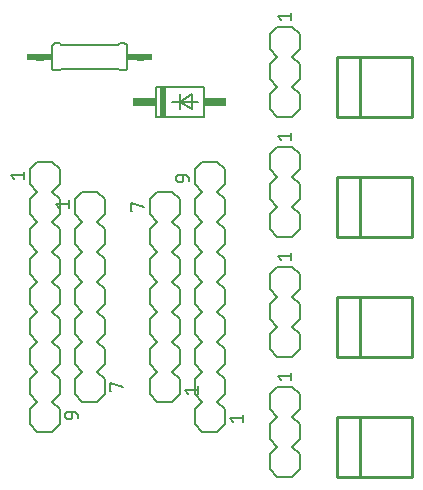
<source format=gto>
G75*
%MOIN*%
%OFA0B0*%
%FSLAX25Y25*%
%IPPOS*%
%LPD*%
%AMOC8*
5,1,8,0,0,1.08239X$1,22.5*
%
%ADD10C,0.00600*%
%ADD11C,0.00500*%
%ADD12C,0.01000*%
%ADD13R,0.02000X0.10000*%
%ADD14R,0.07500X0.03000*%
%ADD15C,0.02400*%
%ADD16R,0.03400X0.02400*%
D10*
X0019500Y0022000D02*
X0024500Y0022000D01*
X0027000Y0024500D01*
X0027000Y0029500D01*
X0024500Y0032000D01*
X0027000Y0034500D01*
X0027000Y0039500D01*
X0024500Y0042000D01*
X0027000Y0044500D01*
X0027000Y0049500D01*
X0024500Y0052000D01*
X0027000Y0054500D01*
X0027000Y0059500D01*
X0024500Y0062000D01*
X0027000Y0064500D01*
X0027000Y0069500D01*
X0024500Y0072000D01*
X0027000Y0074500D01*
X0027000Y0079500D01*
X0024500Y0082000D01*
X0027000Y0084500D01*
X0027000Y0089500D01*
X0024500Y0092000D01*
X0027000Y0094500D01*
X0027000Y0099500D01*
X0024500Y0102000D01*
X0027000Y0104500D01*
X0027000Y0109500D01*
X0024500Y0112000D01*
X0019500Y0112000D01*
X0017000Y0109500D01*
X0017000Y0104500D01*
X0019500Y0102000D01*
X0017000Y0099500D01*
X0017000Y0094500D01*
X0019500Y0092000D01*
X0017000Y0089500D01*
X0017000Y0084500D01*
X0019500Y0082000D01*
X0017000Y0079500D01*
X0017000Y0074500D01*
X0019500Y0072000D01*
X0017000Y0069500D01*
X0017000Y0064500D01*
X0019500Y0062000D01*
X0017000Y0059500D01*
X0017000Y0054500D01*
X0019500Y0052000D01*
X0017000Y0049500D01*
X0017000Y0044500D01*
X0019500Y0042000D01*
X0017000Y0039500D01*
X0017000Y0034500D01*
X0019500Y0032000D01*
X0017000Y0029500D01*
X0017000Y0024500D01*
X0019500Y0022000D01*
X0032000Y0034500D02*
X0032000Y0039500D01*
X0034500Y0042000D01*
X0032000Y0044500D01*
X0032000Y0049500D01*
X0034500Y0052000D01*
X0032000Y0054500D01*
X0032000Y0059500D01*
X0034500Y0062000D01*
X0032000Y0064500D01*
X0032000Y0069500D01*
X0034500Y0072000D01*
X0032000Y0074500D01*
X0032000Y0079500D01*
X0034500Y0082000D01*
X0032000Y0084500D01*
X0032000Y0089500D01*
X0034500Y0092000D01*
X0032000Y0094500D01*
X0032000Y0099500D01*
X0034500Y0102000D01*
X0039500Y0102000D01*
X0042000Y0099500D01*
X0042000Y0094500D01*
X0039500Y0092000D01*
X0042000Y0089500D01*
X0042000Y0084500D01*
X0039500Y0082000D01*
X0042000Y0079500D01*
X0042000Y0074500D01*
X0039500Y0072000D01*
X0042000Y0069500D01*
X0042000Y0064500D01*
X0039500Y0062000D01*
X0042000Y0059500D01*
X0042000Y0054500D01*
X0039500Y0052000D01*
X0042000Y0049500D01*
X0042000Y0044500D01*
X0039500Y0042000D01*
X0042000Y0039500D01*
X0042000Y0034500D01*
X0039500Y0032000D01*
X0034500Y0032000D01*
X0032000Y0034500D01*
X0057000Y0034500D02*
X0059500Y0032000D01*
X0064500Y0032000D01*
X0067000Y0034500D01*
X0067000Y0039500D01*
X0064500Y0042000D01*
X0067000Y0044500D01*
X0067000Y0049500D01*
X0064500Y0052000D01*
X0067000Y0054500D01*
X0067000Y0059500D01*
X0064500Y0062000D01*
X0067000Y0064500D01*
X0067000Y0069500D01*
X0064500Y0072000D01*
X0067000Y0074500D01*
X0067000Y0079500D01*
X0064500Y0082000D01*
X0067000Y0084500D01*
X0067000Y0089500D01*
X0064500Y0092000D01*
X0067000Y0094500D01*
X0067000Y0099500D01*
X0064500Y0102000D01*
X0059500Y0102000D01*
X0057000Y0099500D01*
X0057000Y0094500D01*
X0059500Y0092000D01*
X0057000Y0089500D01*
X0057000Y0084500D01*
X0059500Y0082000D01*
X0057000Y0079500D01*
X0057000Y0074500D01*
X0059500Y0072000D01*
X0057000Y0069500D01*
X0057000Y0064500D01*
X0059500Y0062000D01*
X0057000Y0059500D01*
X0057000Y0054500D01*
X0059500Y0052000D01*
X0057000Y0049500D01*
X0057000Y0044500D01*
X0059500Y0042000D01*
X0057000Y0039500D01*
X0057000Y0034500D01*
X0072000Y0034500D02*
X0072000Y0039500D01*
X0074500Y0042000D01*
X0072000Y0044500D01*
X0072000Y0049500D01*
X0074500Y0052000D01*
X0072000Y0054500D01*
X0072000Y0059500D01*
X0074500Y0062000D01*
X0072000Y0064500D01*
X0072000Y0069500D01*
X0074500Y0072000D01*
X0072000Y0074500D01*
X0072000Y0079500D01*
X0074500Y0082000D01*
X0072000Y0084500D01*
X0072000Y0089500D01*
X0074500Y0092000D01*
X0072000Y0094500D01*
X0072000Y0099500D01*
X0074500Y0102000D01*
X0072000Y0104500D01*
X0072000Y0109500D01*
X0074500Y0112000D01*
X0079500Y0112000D01*
X0082000Y0109500D01*
X0082000Y0104500D01*
X0079500Y0102000D01*
X0082000Y0099500D01*
X0082000Y0094500D01*
X0079500Y0092000D01*
X0082000Y0089500D01*
X0082000Y0084500D01*
X0079500Y0082000D01*
X0082000Y0079500D01*
X0082000Y0074500D01*
X0079500Y0072000D01*
X0082000Y0069500D01*
X0082000Y0064500D01*
X0079500Y0062000D01*
X0082000Y0059500D01*
X0082000Y0054500D01*
X0079500Y0052000D01*
X0082000Y0049500D01*
X0082000Y0044500D01*
X0079500Y0042000D01*
X0082000Y0039500D01*
X0082000Y0034500D01*
X0079500Y0032000D01*
X0082000Y0029500D01*
X0082000Y0024500D01*
X0079500Y0022000D01*
X0074500Y0022000D01*
X0072000Y0024500D01*
X0072000Y0029500D01*
X0074500Y0032000D01*
X0072000Y0034500D01*
X0097000Y0034500D02*
X0097000Y0029500D01*
X0099500Y0027000D01*
X0097000Y0024500D01*
X0097000Y0019500D01*
X0099500Y0017000D01*
X0097000Y0014500D01*
X0097000Y0009500D01*
X0099500Y0007000D01*
X0104500Y0007000D01*
X0107000Y0009500D01*
X0107000Y0014500D01*
X0104500Y0017000D01*
X0107000Y0019500D01*
X0107000Y0024500D01*
X0104500Y0027000D01*
X0107000Y0029500D01*
X0107000Y0034500D01*
X0104500Y0037000D01*
X0099500Y0037000D01*
X0097000Y0034500D01*
X0099500Y0047000D02*
X0104500Y0047000D01*
X0107000Y0049500D01*
X0107000Y0054500D01*
X0104500Y0057000D01*
X0107000Y0059500D01*
X0107000Y0064500D01*
X0104500Y0067000D01*
X0107000Y0069500D01*
X0107000Y0074500D01*
X0104500Y0077000D01*
X0099500Y0077000D01*
X0097000Y0074500D01*
X0097000Y0069500D01*
X0099500Y0067000D01*
X0097000Y0064500D01*
X0097000Y0059500D01*
X0099500Y0057000D01*
X0097000Y0054500D01*
X0097000Y0049500D01*
X0099500Y0047000D01*
X0099500Y0087000D02*
X0104500Y0087000D01*
X0107000Y0089500D01*
X0107000Y0094500D01*
X0104500Y0097000D01*
X0107000Y0099500D01*
X0107000Y0104500D01*
X0104500Y0107000D01*
X0107000Y0109500D01*
X0107000Y0114500D01*
X0104500Y0117000D01*
X0099500Y0117000D01*
X0097000Y0114500D01*
X0097000Y0109500D01*
X0099500Y0107000D01*
X0097000Y0104500D01*
X0097000Y0099500D01*
X0099500Y0097000D01*
X0097000Y0094500D01*
X0097000Y0089500D01*
X0099500Y0087000D01*
X0099500Y0127000D02*
X0104500Y0127000D01*
X0107000Y0129500D01*
X0107000Y0134500D01*
X0104500Y0137000D01*
X0107000Y0139500D01*
X0107000Y0144500D01*
X0104500Y0147000D01*
X0107000Y0149500D01*
X0107000Y0154500D01*
X0104500Y0157000D01*
X0099500Y0157000D01*
X0097000Y0154500D01*
X0097000Y0149500D01*
X0099500Y0147000D01*
X0097000Y0144500D01*
X0097000Y0139500D01*
X0099500Y0137000D01*
X0097000Y0134500D01*
X0097000Y0129500D01*
X0099500Y0127000D01*
X0075000Y0127000D02*
X0075000Y0137000D01*
X0059000Y0137000D01*
X0059000Y0127000D01*
X0075000Y0127000D01*
X0071000Y0129500D02*
X0067000Y0132000D01*
X0067000Y0129500D01*
X0067000Y0132000D02*
X0064500Y0132000D01*
X0067000Y0132000D02*
X0067000Y0134500D01*
X0067000Y0132000D02*
X0071000Y0134500D01*
X0071000Y0129500D01*
X0073000Y0132000D02*
X0067000Y0132000D01*
X0049500Y0143500D02*
X0049500Y0150500D01*
X0049498Y0150560D01*
X0049493Y0150621D01*
X0049484Y0150680D01*
X0049471Y0150739D01*
X0049455Y0150798D01*
X0049435Y0150855D01*
X0049412Y0150910D01*
X0049385Y0150965D01*
X0049356Y0151017D01*
X0049323Y0151068D01*
X0049287Y0151117D01*
X0049249Y0151163D01*
X0049207Y0151207D01*
X0049163Y0151249D01*
X0049117Y0151287D01*
X0049068Y0151323D01*
X0049017Y0151356D01*
X0048965Y0151385D01*
X0048910Y0151412D01*
X0048855Y0151435D01*
X0048798Y0151455D01*
X0048739Y0151471D01*
X0048680Y0151484D01*
X0048621Y0151493D01*
X0048560Y0151498D01*
X0048500Y0151500D01*
X0047000Y0151500D01*
X0046500Y0151000D01*
X0027500Y0151000D01*
X0027000Y0151500D01*
X0025500Y0151500D01*
X0025440Y0151498D01*
X0025379Y0151493D01*
X0025320Y0151484D01*
X0025261Y0151471D01*
X0025202Y0151455D01*
X0025145Y0151435D01*
X0025090Y0151412D01*
X0025035Y0151385D01*
X0024983Y0151356D01*
X0024932Y0151323D01*
X0024883Y0151287D01*
X0024837Y0151249D01*
X0024793Y0151207D01*
X0024751Y0151163D01*
X0024713Y0151117D01*
X0024677Y0151068D01*
X0024644Y0151017D01*
X0024615Y0150965D01*
X0024588Y0150910D01*
X0024565Y0150855D01*
X0024545Y0150798D01*
X0024529Y0150739D01*
X0024516Y0150680D01*
X0024507Y0150621D01*
X0024502Y0150560D01*
X0024500Y0150500D01*
X0024500Y0143500D01*
X0024502Y0143440D01*
X0024507Y0143379D01*
X0024516Y0143320D01*
X0024529Y0143261D01*
X0024545Y0143202D01*
X0024565Y0143145D01*
X0024588Y0143090D01*
X0024615Y0143035D01*
X0024644Y0142983D01*
X0024677Y0142932D01*
X0024713Y0142883D01*
X0024751Y0142837D01*
X0024793Y0142793D01*
X0024837Y0142751D01*
X0024883Y0142713D01*
X0024932Y0142677D01*
X0024983Y0142644D01*
X0025035Y0142615D01*
X0025090Y0142588D01*
X0025145Y0142565D01*
X0025202Y0142545D01*
X0025261Y0142529D01*
X0025320Y0142516D01*
X0025379Y0142507D01*
X0025440Y0142502D01*
X0025500Y0142500D01*
X0027000Y0142500D01*
X0027500Y0143000D01*
X0046500Y0143000D01*
X0047000Y0142500D01*
X0048500Y0142500D01*
X0048560Y0142502D01*
X0048621Y0142507D01*
X0048680Y0142516D01*
X0048739Y0142529D01*
X0048798Y0142545D01*
X0048855Y0142565D01*
X0048910Y0142588D01*
X0048965Y0142615D01*
X0049017Y0142644D01*
X0049068Y0142677D01*
X0049117Y0142713D01*
X0049163Y0142751D01*
X0049207Y0142793D01*
X0049249Y0142837D01*
X0049287Y0142883D01*
X0049323Y0142932D01*
X0049356Y0142983D01*
X0049385Y0143035D01*
X0049412Y0143090D01*
X0049435Y0143145D01*
X0049455Y0143202D01*
X0049471Y0143261D01*
X0049484Y0143320D01*
X0049493Y0143379D01*
X0049498Y0143440D01*
X0049500Y0143500D01*
D11*
X0067000Y0107750D02*
X0068250Y0107750D01*
X0068250Y0106250D01*
X0068250Y0107750D02*
X0068337Y0107748D01*
X0068424Y0107742D01*
X0068511Y0107733D01*
X0068597Y0107720D01*
X0068683Y0107703D01*
X0068768Y0107682D01*
X0068851Y0107657D01*
X0068934Y0107629D01*
X0069015Y0107598D01*
X0069095Y0107563D01*
X0069173Y0107524D01*
X0069250Y0107482D01*
X0069325Y0107437D01*
X0069397Y0107388D01*
X0069468Y0107337D01*
X0069536Y0107282D01*
X0069601Y0107225D01*
X0069664Y0107164D01*
X0069725Y0107101D01*
X0069782Y0107036D01*
X0069837Y0106968D01*
X0069888Y0106897D01*
X0069937Y0106825D01*
X0069982Y0106750D01*
X0070024Y0106673D01*
X0070063Y0106595D01*
X0070098Y0106515D01*
X0070129Y0106434D01*
X0070157Y0106351D01*
X0070182Y0106268D01*
X0070203Y0106183D01*
X0070220Y0106097D01*
X0070233Y0106011D01*
X0070242Y0105924D01*
X0070248Y0105837D01*
X0070250Y0105750D01*
X0067250Y0105250D02*
X0067000Y0105250D01*
X0067250Y0105250D02*
X0067310Y0105252D01*
X0067371Y0105257D01*
X0067430Y0105266D01*
X0067489Y0105279D01*
X0067548Y0105295D01*
X0067605Y0105315D01*
X0067660Y0105338D01*
X0067715Y0105365D01*
X0067767Y0105394D01*
X0067818Y0105427D01*
X0067867Y0105463D01*
X0067913Y0105501D01*
X0067957Y0105543D01*
X0067999Y0105587D01*
X0068037Y0105633D01*
X0068073Y0105682D01*
X0068106Y0105733D01*
X0068135Y0105785D01*
X0068162Y0105840D01*
X0068185Y0105895D01*
X0068205Y0105952D01*
X0068221Y0106011D01*
X0068234Y0106070D01*
X0068243Y0106129D01*
X0068248Y0106190D01*
X0068250Y0106250D01*
X0067000Y0105250D02*
X0066931Y0105252D01*
X0066862Y0105258D01*
X0066794Y0105267D01*
X0066727Y0105280D01*
X0066660Y0105297D01*
X0066594Y0105318D01*
X0066530Y0105342D01*
X0066467Y0105370D01*
X0066405Y0105401D01*
X0066345Y0105435D01*
X0066288Y0105473D01*
X0066232Y0105514D01*
X0066179Y0105557D01*
X0066128Y0105604D01*
X0066080Y0105653D01*
X0066035Y0105705D01*
X0065993Y0105760D01*
X0065954Y0105816D01*
X0065917Y0105875D01*
X0065885Y0105936D01*
X0065855Y0105998D01*
X0065829Y0106062D01*
X0065807Y0106127D01*
X0065788Y0106193D01*
X0065773Y0106260D01*
X0065762Y0106328D01*
X0065754Y0106397D01*
X0065750Y0106466D01*
X0065750Y0106534D01*
X0065754Y0106603D01*
X0065762Y0106672D01*
X0065773Y0106740D01*
X0065788Y0106807D01*
X0065807Y0106873D01*
X0065829Y0106938D01*
X0065855Y0107002D01*
X0065885Y0107064D01*
X0065917Y0107125D01*
X0065954Y0107184D01*
X0065993Y0107240D01*
X0066035Y0107295D01*
X0066080Y0107347D01*
X0066128Y0107396D01*
X0066179Y0107443D01*
X0066232Y0107486D01*
X0066288Y0107527D01*
X0066345Y0107565D01*
X0066405Y0107599D01*
X0066467Y0107630D01*
X0066530Y0107658D01*
X0066594Y0107682D01*
X0066660Y0107703D01*
X0066727Y0107720D01*
X0066794Y0107733D01*
X0066862Y0107742D01*
X0066931Y0107748D01*
X0067000Y0107750D01*
X0055250Y0097000D02*
X0050750Y0098250D01*
X0050750Y0095750D01*
X0051250Y0095750D01*
X0030250Y0096750D02*
X0030250Y0099250D01*
X0030250Y0098000D02*
X0025750Y0098000D01*
X0026750Y0096750D01*
X0015250Y0106250D02*
X0015250Y0108750D01*
X0015250Y0107500D02*
X0010750Y0107500D01*
X0011750Y0106250D01*
X0043750Y0038250D02*
X0048250Y0037000D01*
X0044250Y0035750D02*
X0043750Y0035750D01*
X0043750Y0038250D01*
X0031250Y0028750D02*
X0031250Y0027250D01*
X0031250Y0028750D02*
X0031337Y0028748D01*
X0031424Y0028742D01*
X0031511Y0028733D01*
X0031597Y0028720D01*
X0031683Y0028703D01*
X0031768Y0028682D01*
X0031851Y0028657D01*
X0031934Y0028629D01*
X0032015Y0028598D01*
X0032095Y0028563D01*
X0032173Y0028524D01*
X0032250Y0028482D01*
X0032325Y0028437D01*
X0032397Y0028388D01*
X0032468Y0028337D01*
X0032536Y0028282D01*
X0032601Y0028225D01*
X0032664Y0028164D01*
X0032725Y0028101D01*
X0032782Y0028036D01*
X0032837Y0027968D01*
X0032888Y0027897D01*
X0032937Y0027825D01*
X0032982Y0027750D01*
X0033024Y0027673D01*
X0033063Y0027595D01*
X0033098Y0027515D01*
X0033129Y0027434D01*
X0033157Y0027351D01*
X0033182Y0027268D01*
X0033203Y0027183D01*
X0033220Y0027097D01*
X0033233Y0027011D01*
X0033242Y0026924D01*
X0033248Y0026837D01*
X0033250Y0026750D01*
X0031250Y0028750D02*
X0030000Y0028750D01*
X0029931Y0028748D01*
X0029862Y0028742D01*
X0029794Y0028733D01*
X0029727Y0028720D01*
X0029660Y0028703D01*
X0029594Y0028682D01*
X0029530Y0028658D01*
X0029467Y0028630D01*
X0029405Y0028599D01*
X0029345Y0028565D01*
X0029288Y0028527D01*
X0029232Y0028486D01*
X0029179Y0028443D01*
X0029128Y0028396D01*
X0029080Y0028347D01*
X0029035Y0028295D01*
X0028993Y0028240D01*
X0028954Y0028184D01*
X0028917Y0028125D01*
X0028885Y0028064D01*
X0028855Y0028002D01*
X0028829Y0027938D01*
X0028807Y0027873D01*
X0028788Y0027807D01*
X0028773Y0027740D01*
X0028762Y0027672D01*
X0028754Y0027603D01*
X0028750Y0027534D01*
X0028750Y0027466D01*
X0028754Y0027397D01*
X0028762Y0027328D01*
X0028773Y0027260D01*
X0028788Y0027193D01*
X0028807Y0027127D01*
X0028829Y0027062D01*
X0028855Y0026998D01*
X0028885Y0026936D01*
X0028917Y0026875D01*
X0028954Y0026816D01*
X0028993Y0026760D01*
X0029035Y0026705D01*
X0029080Y0026653D01*
X0029128Y0026604D01*
X0029179Y0026557D01*
X0029232Y0026514D01*
X0029288Y0026473D01*
X0029345Y0026435D01*
X0029405Y0026401D01*
X0029467Y0026370D01*
X0029530Y0026342D01*
X0029594Y0026318D01*
X0029660Y0026297D01*
X0029727Y0026280D01*
X0029794Y0026267D01*
X0029862Y0026258D01*
X0029931Y0026252D01*
X0030000Y0026250D01*
X0030250Y0026250D01*
X0030310Y0026252D01*
X0030371Y0026257D01*
X0030430Y0026266D01*
X0030489Y0026279D01*
X0030548Y0026295D01*
X0030605Y0026315D01*
X0030660Y0026338D01*
X0030715Y0026365D01*
X0030767Y0026394D01*
X0030818Y0026427D01*
X0030867Y0026463D01*
X0030913Y0026501D01*
X0030957Y0026543D01*
X0030999Y0026587D01*
X0031037Y0026633D01*
X0031073Y0026682D01*
X0031106Y0026733D01*
X0031135Y0026785D01*
X0031162Y0026840D01*
X0031185Y0026895D01*
X0031205Y0026952D01*
X0031221Y0027011D01*
X0031234Y0027070D01*
X0031243Y0027129D01*
X0031248Y0027190D01*
X0031250Y0027250D01*
X0068750Y0036000D02*
X0073250Y0036000D01*
X0073250Y0034750D02*
X0073250Y0037250D01*
X0069750Y0034750D02*
X0068750Y0036000D01*
X0083750Y0026500D02*
X0084750Y0025250D01*
X0083750Y0026500D02*
X0088250Y0026500D01*
X0088250Y0025250D02*
X0088250Y0027750D01*
X0100750Y0039250D02*
X0099750Y0040500D01*
X0104250Y0040500D01*
X0104250Y0039250D02*
X0104250Y0041750D01*
X0104250Y0079250D02*
X0104250Y0081750D01*
X0104250Y0080500D02*
X0099750Y0080500D01*
X0100750Y0079250D01*
X0100750Y0119250D02*
X0099750Y0120500D01*
X0104250Y0120500D01*
X0104250Y0119250D02*
X0104250Y0121750D01*
X0104250Y0159250D02*
X0104250Y0161750D01*
X0104250Y0160500D02*
X0099750Y0160500D01*
X0100750Y0159250D01*
D12*
X0119500Y0147000D02*
X0127000Y0147000D01*
X0127000Y0127000D01*
X0119500Y0127000D01*
X0119500Y0147000D01*
X0127000Y0147000D02*
X0144500Y0147000D01*
X0144500Y0127000D01*
X0127000Y0127000D01*
X0127000Y0107000D02*
X0119500Y0107000D01*
X0119500Y0087000D01*
X0127000Y0087000D01*
X0127000Y0107000D01*
X0144500Y0107000D01*
X0144500Y0087000D01*
X0127000Y0087000D01*
X0127000Y0067000D02*
X0119500Y0067000D01*
X0119500Y0047000D01*
X0127000Y0047000D01*
X0127000Y0067000D01*
X0144500Y0067000D01*
X0144500Y0047000D01*
X0127000Y0047000D01*
X0127000Y0027000D02*
X0119500Y0027000D01*
X0119500Y0007000D01*
X0127000Y0007000D01*
X0127000Y0027000D01*
X0144500Y0027000D01*
X0144500Y0007000D01*
X0127000Y0007000D01*
D13*
X0061500Y0132000D03*
D14*
X0055250Y0132000D03*
X0078750Y0132000D03*
D15*
X0054500Y0147000D02*
X0053000Y0147000D01*
X0021000Y0147000D02*
X0019500Y0147000D01*
D16*
X0017800Y0147000D03*
X0022800Y0147000D03*
X0051200Y0147000D03*
X0056200Y0147000D03*
M02*

</source>
